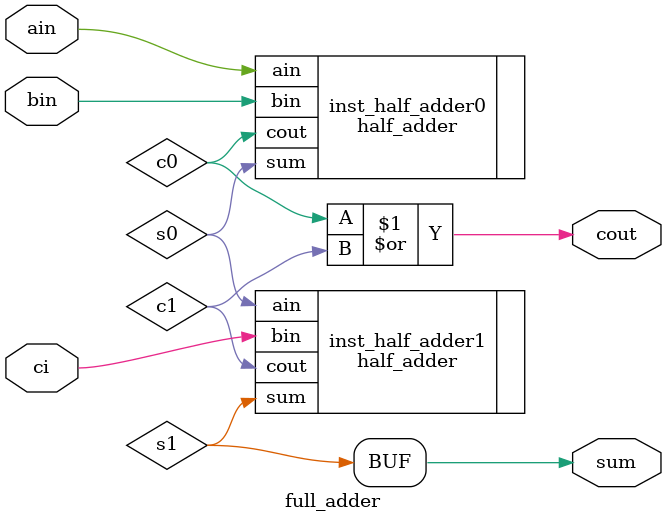
<source format=v>
`include "half_adder.v"

module full_adder (
    input ain,
    input bin,
    input ci,
    output sum,
    output cout
);

wire s0, s1, c0, c1;

half_adder inst_half_adder0(
    .ain(ain),
    .bin(bin),
    .sum(s0),
    .cout(c0)
);

half_adder inst_half_adder1(
    .ain(s0),
    .bin(ci),
    .sum(s1),
    .cout(c1)
);

assign sum = s1;
assign cout = c0 | c1;
    
endmodule
</source>
